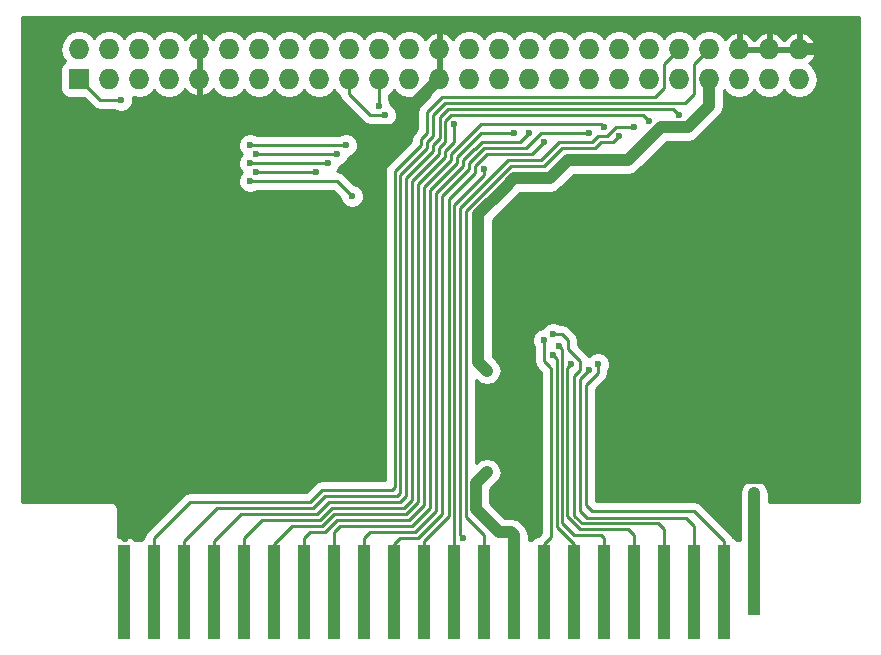
<source format=gbr>
G04 #@! TF.FileFunction,Copper,L2,Bot,Signal*
%FSLAX46Y46*%
G04 Gerber Fmt 4.6, Leading zero omitted, Abs format (unit mm)*
G04 Created by KiCad (PCBNEW 4.0.7) date 05/21/18 15:56:52*
%MOMM*%
%LPD*%
G01*
G04 APERTURE LIST*
%ADD10C,0.100000*%
%ADD11R,1.000000X6.000000*%
%ADD12R,1.000000X8.000000*%
%ADD13R,1.727200X1.727200*%
%ADD14O,1.727200X1.727200*%
%ADD15C,0.600000*%
%ADD16C,0.800000*%
%ADD17C,0.250000*%
%ADD18C,1.000000*%
%ADD19C,0.254000*%
G04 APERTURE END LIST*
D10*
D11*
X168148000Y-139462000D03*
D12*
X165608000Y-140462000D03*
X163068000Y-140462000D03*
X160528000Y-140462000D03*
X157988000Y-140462000D03*
X155448000Y-140462000D03*
X152908000Y-140462000D03*
X150368000Y-140462000D03*
X147828000Y-140462000D03*
X145288000Y-140462000D03*
X142748000Y-140462000D03*
X140208000Y-140462000D03*
X137668000Y-140462000D03*
X135128000Y-140462000D03*
X132588000Y-140462000D03*
X130048000Y-140462000D03*
X127508000Y-140462000D03*
X124968000Y-140462000D03*
X122428000Y-140462000D03*
X119888000Y-140462000D03*
X117348000Y-140462000D03*
X114808000Y-140462000D03*
D13*
X110998000Y-97028000D03*
D14*
X110998000Y-94488000D03*
X113538000Y-97028000D03*
X113538000Y-94488000D03*
X116078000Y-97028000D03*
X116078000Y-94488000D03*
X118618000Y-97028000D03*
X118618000Y-94488000D03*
X121158000Y-97028000D03*
X121158000Y-94488000D03*
X123698000Y-97028000D03*
X123698000Y-94488000D03*
X126238000Y-97028000D03*
X126238000Y-94488000D03*
X128778000Y-97028000D03*
X128778000Y-94488000D03*
X131318000Y-97028000D03*
X131318000Y-94488000D03*
X133858000Y-97028000D03*
X133858000Y-94488000D03*
X136398000Y-97028000D03*
X136398000Y-94488000D03*
X138938000Y-97028000D03*
X138938000Y-94488000D03*
X141478000Y-97028000D03*
X141478000Y-94488000D03*
X144018000Y-97028000D03*
X144018000Y-94488000D03*
X146558000Y-97028000D03*
X146558000Y-94488000D03*
X149098000Y-97028000D03*
X149098000Y-94488000D03*
X151638000Y-97028000D03*
X151638000Y-94488000D03*
X154178000Y-97028000D03*
X154178000Y-94488000D03*
X156718000Y-97028000D03*
X156718000Y-94488000D03*
X159258000Y-97028000D03*
X159258000Y-94488000D03*
X161798000Y-97028000D03*
X161798000Y-94488000D03*
X164338000Y-97028000D03*
X164338000Y-94488000D03*
X166878000Y-97028000D03*
X166878000Y-94488000D03*
X169418000Y-97028000D03*
X169418000Y-94488000D03*
X171958000Y-97028000D03*
X171958000Y-94488000D03*
D15*
X114554000Y-98806000D03*
X131064000Y-104902000D03*
X125984000Y-104902000D03*
X132080000Y-104140000D03*
X125476000Y-104140000D03*
X132842000Y-103378000D03*
X125984000Y-103378000D03*
X133604000Y-102616000D03*
X125476000Y-102616000D03*
X134112000Y-101346000D03*
X131318000Y-100076000D03*
X123698000Y-99822000D03*
X149860000Y-130810000D03*
X155194000Y-130810000D03*
X138430000Y-102108000D03*
X135382000Y-124460000D03*
X124206000Y-124460000D03*
D16*
X114046000Y-132080000D03*
D15*
X136906000Y-100076000D03*
X152654000Y-121158000D03*
X136398000Y-99314000D03*
X151130000Y-120396000D03*
X151638000Y-119634000D03*
X150368000Y-119126000D03*
X142748000Y-100838000D03*
X151130000Y-118618000D03*
X145288000Y-104648000D03*
X149098000Y-101600000D03*
X147828000Y-101600000D03*
X154178000Y-121666000D03*
X150368000Y-102362000D03*
X154178000Y-101600000D03*
X154940000Y-121158000D03*
X156718000Y-101854000D03*
X155448000Y-101092000D03*
X159258000Y-100584000D03*
X157988000Y-101092000D03*
X143510000Y-135890000D03*
X161798000Y-100076000D03*
D16*
X145542000Y-121729002D03*
X168148000Y-132080000D03*
X145542000Y-130302000D03*
D15*
X125476000Y-105664000D03*
X134112000Y-106934000D03*
D17*
X112776000Y-98806000D02*
X110998000Y-97028000D01*
X114554000Y-98806000D02*
X112776000Y-98806000D01*
X131064000Y-104902000D02*
X125984000Y-104902000D01*
X132080000Y-104140000D02*
X125476000Y-104140000D01*
X132842000Y-103378000D02*
X125984000Y-103378000D01*
X133604000Y-102616000D02*
X125476000Y-102616000D01*
D18*
X137668000Y-101346000D02*
X138430000Y-102108000D01*
X134112000Y-101346000D02*
X137668000Y-101346000D01*
X123952000Y-100076000D02*
X131318000Y-100076000D01*
X123698000Y-99822000D02*
X123952000Y-100076000D01*
X171958000Y-94488000D02*
X174498000Y-94488000D01*
X174244000Y-130810000D02*
X155194000Y-130810000D01*
X176276000Y-128778000D02*
X174244000Y-130810000D01*
X176276000Y-96266000D02*
X176276000Y-128778000D01*
X174498000Y-94488000D02*
X176276000Y-96266000D01*
X139192000Y-99314000D02*
X141478000Y-97028000D01*
X139192000Y-101346000D02*
X139192000Y-99314000D01*
X138430000Y-102108000D02*
X139192000Y-101346000D01*
X124206000Y-124460000D02*
X135382000Y-124460000D01*
D17*
X152654000Y-134366000D02*
X152342002Y-134054002D01*
X152342002Y-121469998D02*
X152654000Y-121158000D01*
X152342002Y-134054002D02*
X152342002Y-121469998D01*
X133858000Y-98298000D02*
X133858000Y-97028000D01*
X135636000Y-100076000D02*
X133858000Y-98298000D01*
X136906000Y-100076000D02*
X135636000Y-100076000D01*
X157988000Y-135636000D02*
X157988000Y-140462000D01*
X157480000Y-135128000D02*
X157988000Y-135636000D01*
X153416000Y-135128000D02*
X157480000Y-135128000D01*
X152654000Y-134366000D02*
X153416000Y-135128000D01*
X136398000Y-99314000D02*
X136398000Y-97028000D01*
X151130000Y-120396000D02*
X151441998Y-120707998D01*
X151441998Y-120707998D02*
X151441998Y-134931998D01*
X152908000Y-136398000D02*
X152908000Y-140462000D01*
X151441998Y-134931998D02*
X152908000Y-136398000D01*
X151638000Y-119634000D02*
X151892000Y-119888000D01*
X155448000Y-135890000D02*
X155448000Y-140462000D01*
X155194000Y-135636000D02*
X155448000Y-135890000D01*
X152908000Y-135636000D02*
X155194000Y-135636000D01*
X151892000Y-134620000D02*
X152908000Y-135636000D01*
X151892000Y-119888000D02*
X151892000Y-134620000D01*
X150876000Y-121412000D02*
X150991996Y-121527996D01*
X150991996Y-135774004D02*
X150876000Y-135890000D01*
X150991996Y-121527996D02*
X150991996Y-135774004D01*
X150368000Y-120904000D02*
X150876000Y-121412000D01*
X150876000Y-135890000D02*
X150368000Y-136398000D01*
X150368000Y-140462000D02*
X150368000Y-136398000D01*
X150368000Y-120904000D02*
X150368000Y-119126000D01*
X139700000Y-105918000D02*
X141986000Y-103632000D01*
X142748000Y-102362000D02*
X142748000Y-100838000D01*
X141986000Y-103124000D02*
X142748000Y-102362000D01*
X141986000Y-103632000D02*
X141986000Y-103124000D01*
X139700000Y-117094000D02*
X139700000Y-105918000D01*
X129032000Y-134874000D02*
X127508000Y-136398000D01*
X131572000Y-134874000D02*
X129032000Y-134874000D01*
X132588000Y-133858000D02*
X131572000Y-134874000D01*
X138684000Y-133858000D02*
X132588000Y-133858000D01*
X139700000Y-132842000D02*
X138684000Y-133858000D01*
X139700000Y-117094000D02*
X139700000Y-132842000D01*
X127508000Y-140462000D02*
X127508000Y-136398000D01*
X153416000Y-120904000D02*
X152400000Y-119888000D01*
X152400000Y-119888000D02*
X152400000Y-119126000D01*
X154178000Y-134620000D02*
X153554004Y-134620000D01*
X152908000Y-122174000D02*
X153416000Y-121666000D01*
X152908000Y-133973996D02*
X152908000Y-122174000D01*
X153554004Y-134620000D02*
X152908000Y-133973996D01*
X151892000Y-118618000D02*
X151130000Y-118618000D01*
X152400000Y-119126000D02*
X151892000Y-118618000D01*
X160528000Y-140462000D02*
X160528000Y-135128000D01*
X153416000Y-121666000D02*
X153416000Y-120904000D01*
X160020000Y-134620000D02*
X154178000Y-134620000D01*
X160528000Y-135128000D02*
X160020000Y-134620000D01*
X142748000Y-107696000D02*
X145288000Y-105156000D01*
X145288000Y-105156000D02*
X145288000Y-104648000D01*
X142748000Y-118618000D02*
X142748000Y-107696000D01*
X142748000Y-140462000D02*
X142748000Y-118618000D01*
X144526000Y-102927998D02*
X145091998Y-102362000D01*
X145091998Y-102362000D02*
X146558000Y-102362000D01*
X141224000Y-106680000D02*
X143510000Y-104394000D01*
X146558000Y-102362000D02*
X147574000Y-102362000D01*
X148336000Y-102362000D02*
X149098000Y-101600000D01*
X147574000Y-102362000D02*
X148336000Y-102362000D01*
X144468002Y-102927998D02*
X144526000Y-102927998D01*
X143510000Y-103886000D02*
X144468002Y-102927998D01*
X143510000Y-104394000D02*
X143510000Y-103886000D01*
X141224000Y-117856000D02*
X141224000Y-106680000D01*
X135636000Y-135382000D02*
X135128000Y-135890000D01*
X139446000Y-135382000D02*
X135636000Y-135382000D01*
X141224000Y-133604000D02*
X139446000Y-135382000D01*
X141224000Y-117856000D02*
X141224000Y-133604000D01*
X135128000Y-140462000D02*
X135128000Y-135890000D01*
X144272000Y-102362000D02*
X145034000Y-101600000D01*
X145034000Y-101600000D02*
X147828000Y-101600000D01*
X140716000Y-106426000D02*
X143002000Y-104140000D01*
X143002000Y-103632000D02*
X144272000Y-102362000D01*
X143002000Y-104140000D02*
X143002000Y-103632000D01*
X140716000Y-117602000D02*
X140716000Y-106426000D01*
X132588000Y-140462000D02*
X132588000Y-135382000D01*
X133096000Y-134874000D02*
X132588000Y-135382000D01*
X139192000Y-134874000D02*
X133096000Y-134874000D01*
X140716000Y-133350000D02*
X139192000Y-134874000D01*
X140716000Y-117602000D02*
X140716000Y-133350000D01*
X163068000Y-140462000D02*
X163068000Y-134874000D01*
X153416000Y-122428000D02*
X154178000Y-121666000D01*
X153416000Y-133604000D02*
X153416000Y-122428000D01*
X153981998Y-134169998D02*
X153416000Y-133604000D01*
X162363998Y-134169998D02*
X153981998Y-134169998D01*
X163068000Y-134874000D02*
X162363998Y-134169998D01*
X145034000Y-103886000D02*
X145542000Y-103378000D01*
X145542000Y-103378000D02*
X147008002Y-103378000D01*
X142297998Y-107188000D02*
X144526000Y-104959998D01*
X144526000Y-104394000D02*
X145034000Y-103886000D01*
X144526000Y-104959998D02*
X144526000Y-104394000D01*
X147008002Y-103378000D02*
X149352000Y-103378000D01*
X149352000Y-103378000D02*
X150368000Y-102362000D01*
X142297998Y-118306002D02*
X142297998Y-107188000D01*
X142297998Y-134054002D02*
X140208000Y-136144000D01*
X142297998Y-118306002D02*
X142297998Y-134054002D01*
X140208000Y-140462000D02*
X140208000Y-136144000D01*
X144780000Y-103378000D02*
X145288000Y-102870000D01*
X145288000Y-102870000D02*
X146812000Y-102870000D01*
X141732000Y-106934000D02*
X144018000Y-104648000D01*
X146812000Y-102870000D02*
X147320000Y-102870000D01*
X148844000Y-102870000D02*
X150114000Y-101600000D01*
X150114000Y-101600000D02*
X154178000Y-101600000D01*
X147320000Y-102870000D02*
X148844000Y-102870000D01*
X144018000Y-104140000D02*
X144780000Y-103378000D01*
X144018000Y-104648000D02*
X144018000Y-104140000D01*
X141732000Y-118110000D02*
X141732000Y-106934000D01*
X138176000Y-135890000D02*
X137668000Y-136398000D01*
X139700000Y-135890000D02*
X138176000Y-135890000D01*
X141732000Y-133858000D02*
X139700000Y-135890000D01*
X141732000Y-118110000D02*
X141732000Y-133858000D01*
X137668000Y-140462000D02*
X137668000Y-136398000D01*
X163830000Y-134366000D02*
X163068000Y-133604000D01*
X154940000Y-121920000D02*
X154940000Y-121158000D01*
X153924000Y-122936000D02*
X154940000Y-121920000D01*
X153924000Y-133096000D02*
X153924000Y-122936000D01*
X154432000Y-133604000D02*
X153924000Y-133096000D01*
X163068000Y-133604000D02*
X154432000Y-133604000D01*
X165608000Y-136144000D02*
X165608000Y-140462000D01*
X163830000Y-134366000D02*
X165608000Y-136144000D01*
X156718000Y-101854000D02*
X156210000Y-102362000D01*
X155194000Y-102362000D02*
X154686000Y-102870000D01*
X156210000Y-102362000D02*
X155194000Y-102362000D01*
X143764000Y-108204000D02*
X147574000Y-104394000D01*
X147574000Y-104394000D02*
X150368000Y-104394000D01*
X151892000Y-102870000D02*
X154686000Y-102870000D01*
X150368000Y-104394000D02*
X151892000Y-102870000D01*
X145288000Y-135636000D02*
X143764000Y-134112000D01*
X143764000Y-134112000D02*
X143764000Y-108204000D01*
X145288000Y-140462000D02*
X145288000Y-135636000D01*
X144018000Y-101854000D02*
X145034000Y-100838000D01*
X145034000Y-100838000D02*
X146558000Y-100838000D01*
X140208000Y-106172000D02*
X142494000Y-103886000D01*
X142494000Y-103378000D02*
X144018000Y-101854000D01*
X142494000Y-103886000D02*
X142494000Y-103378000D01*
X155194000Y-100838000D02*
X155448000Y-101092000D01*
X146558000Y-100838000D02*
X155194000Y-100838000D01*
X130048000Y-140462000D02*
X130048000Y-135890000D01*
X140208000Y-117348000D02*
X140208000Y-133096000D01*
X140208000Y-133096000D02*
X138938000Y-134366000D01*
X138938000Y-134366000D02*
X132842000Y-134366000D01*
X132842000Y-134366000D02*
X131826000Y-135382000D01*
X131826000Y-135382000D02*
X130556000Y-135382000D01*
X130556000Y-135382000D02*
X130048000Y-135890000D01*
X140208000Y-117348000D02*
X140208000Y-106172000D01*
X139192000Y-105664000D02*
X141478000Y-103378000D01*
X141986000Y-100584000D02*
X142494000Y-100076000D01*
X141986000Y-102362000D02*
X141986000Y-100584000D01*
X141478000Y-102870000D02*
X141986000Y-102362000D01*
X141478000Y-103378000D02*
X141478000Y-102870000D01*
X139192000Y-116840000D02*
X139192000Y-105664000D01*
X158750000Y-100076000D02*
X159258000Y-100584000D01*
X142494000Y-100076000D02*
X158750000Y-100076000D01*
X126492000Y-134366000D02*
X124968000Y-135890000D01*
X131443602Y-134366000D02*
X126492000Y-134366000D01*
X132459602Y-133350000D02*
X131443602Y-134366000D01*
X138487998Y-133350000D02*
X132459602Y-133350000D01*
X139192000Y-132645998D02*
X138487998Y-133350000D01*
X139192000Y-116840000D02*
X139192000Y-132645998D01*
X124968000Y-140462000D02*
X124968000Y-135890000D01*
X154432000Y-102362000D02*
X154940000Y-101854000D01*
X156464000Y-101092000D02*
X157988000Y-101092000D01*
X155702000Y-101854000D02*
X156464000Y-101092000D01*
X154940000Y-101854000D02*
X155702000Y-101854000D01*
X143256000Y-107950000D02*
X147320000Y-103886000D01*
X147320000Y-103886000D02*
X150114000Y-103886000D01*
X143510000Y-135890000D02*
X143256000Y-135636000D01*
X143256000Y-135636000D02*
X143256000Y-107950000D01*
X151638000Y-102362000D02*
X154432000Y-102362000D01*
X150114000Y-103886000D02*
X151638000Y-102362000D01*
X138684000Y-105410000D02*
X140970000Y-103124000D01*
X141535998Y-100272002D02*
X142240000Y-99568000D01*
X141535998Y-102050002D02*
X141535998Y-100272002D01*
X140970000Y-102616000D02*
X141535998Y-102050002D01*
X140970000Y-103124000D02*
X140970000Y-102616000D01*
X138684000Y-116586000D02*
X138684000Y-105410000D01*
X161290000Y-99568000D02*
X161798000Y-100076000D01*
X142240000Y-99568000D02*
X161290000Y-99568000D01*
X124714000Y-133858000D02*
X122428000Y-136144000D01*
X131121998Y-133858000D02*
X124714000Y-133858000D01*
X132137998Y-132842000D02*
X131121998Y-133858000D01*
X138176000Y-132842000D02*
X132137998Y-132842000D01*
X138684000Y-132334000D02*
X138176000Y-132842000D01*
X138684000Y-116586000D02*
X138684000Y-132334000D01*
X122428000Y-140462000D02*
X122428000Y-136144000D01*
X137725998Y-104902000D02*
X137725998Y-104844002D01*
X140462000Y-99822000D02*
X141732000Y-98552000D01*
X140462000Y-101600000D02*
X140462000Y-99822000D01*
X139954000Y-102108000D02*
X140462000Y-101600000D01*
X139954000Y-102616000D02*
X139954000Y-102108000D01*
X137725998Y-104844002D02*
X139954000Y-102616000D01*
X137725998Y-116078000D02*
X137725998Y-104902000D01*
X159766000Y-98552000D02*
X160528000Y-97790000D01*
X141732000Y-98552000D02*
X159766000Y-98552000D01*
X120396000Y-132842000D02*
X117348000Y-135890000D01*
X130556000Y-132842000D02*
X120396000Y-132842000D01*
X131572000Y-131826000D02*
X130556000Y-132842000D01*
X137471998Y-131826000D02*
X131572000Y-131826000D01*
X137725998Y-131572000D02*
X137471998Y-131826000D01*
X137725998Y-116078000D02*
X137725998Y-131572000D01*
X117348000Y-140462000D02*
X117348000Y-135890000D01*
X160528000Y-95758000D02*
X161798000Y-94488000D01*
X160528000Y-97790000D02*
X160528000Y-95758000D01*
D18*
X154178000Y-103886000D02*
X157480000Y-103886000D01*
X157480000Y-103886000D02*
X159258000Y-102108000D01*
X159258000Y-102108000D02*
X160274000Y-101092000D01*
X164338000Y-99314000D02*
X164338000Y-97028000D01*
X160274000Y-101092000D02*
X162560000Y-101092000D01*
X162560000Y-101092000D02*
X164338000Y-99314000D01*
X151892000Y-104394000D02*
X152400000Y-103886000D01*
X152400000Y-103886000D02*
X154178000Y-103886000D01*
X146939000Y-106299000D02*
X147828000Y-105410000D01*
X150876000Y-105410000D02*
X151892000Y-104394000D01*
X147828000Y-105410000D02*
X150876000Y-105410000D01*
X144780000Y-108458000D02*
X146939000Y-106299000D01*
X144780000Y-120967002D02*
X144780000Y-108458000D01*
X145542000Y-121729002D02*
X144780000Y-120967002D01*
D17*
X138176000Y-105156000D02*
X140462000Y-102870000D01*
X140970000Y-100076000D02*
X141986000Y-99060000D01*
X140970000Y-101854000D02*
X140970000Y-100076000D01*
X140462000Y-102362000D02*
X140970000Y-101854000D01*
X140462000Y-102870000D02*
X140462000Y-102362000D01*
X138176000Y-116332000D02*
X138176000Y-105156000D01*
X162306000Y-99060000D02*
X163068000Y-98298000D01*
X141986000Y-99060000D02*
X162306000Y-99060000D01*
X122682000Y-133350000D02*
X119888000Y-136144000D01*
X130810000Y-133350000D02*
X122682000Y-133350000D01*
X131826000Y-132334000D02*
X130810000Y-133350000D01*
X137922000Y-132334000D02*
X131826000Y-132334000D01*
X138176000Y-132080000D02*
X137922000Y-132334000D01*
X138176000Y-116332000D02*
X138176000Y-132080000D01*
X119888000Y-140462000D02*
X119888000Y-136144000D01*
X163068000Y-95758000D02*
X164338000Y-94488000D01*
X163068000Y-98298000D02*
X163068000Y-95758000D01*
D18*
X168148000Y-139462000D02*
X168148000Y-132080000D01*
X145542000Y-130302000D02*
X144589002Y-131254998D01*
X146558000Y-135382000D02*
X147574000Y-135382000D01*
X144589002Y-133413002D02*
X146558000Y-135382000D01*
X144589002Y-131254998D02*
X144589002Y-133413002D01*
X147574000Y-135382000D02*
X147828000Y-135636000D01*
X147828000Y-140462000D02*
X147828000Y-135636000D01*
D17*
X134112000Y-106934000D02*
X132842000Y-105664000D01*
X132842000Y-105664000D02*
X125476000Y-105664000D01*
D19*
G36*
X176998000Y-132802000D02*
X169418000Y-132802000D01*
X169375000Y-132810553D01*
X169375000Y-132080000D01*
X169281600Y-131610447D01*
X169015620Y-131212380D01*
X168617553Y-130946400D01*
X168148000Y-130853000D01*
X167678447Y-130946400D01*
X167280380Y-131212380D01*
X167014400Y-131610447D01*
X166921000Y-132080000D01*
X166921000Y-136017000D01*
X166685560Y-136017000D01*
X166639328Y-135945154D01*
X166396385Y-135779157D01*
X166364971Y-135772796D01*
X166210455Y-135541545D01*
X163670455Y-133001545D01*
X163394046Y-132816855D01*
X163068000Y-132752000D01*
X154784910Y-132752000D01*
X154776000Y-132743090D01*
X154776000Y-123288910D01*
X155542455Y-122522455D01*
X155727145Y-122246046D01*
X155792000Y-121920000D01*
X155792000Y-121758616D01*
X155810140Y-121740508D01*
X155966821Y-121363179D01*
X155967178Y-120954613D01*
X155811156Y-120577011D01*
X155522508Y-120287860D01*
X155145179Y-120131179D01*
X154736613Y-120130822D01*
X154359011Y-120286844D01*
X154148828Y-120496662D01*
X154018455Y-120301545D01*
X153252000Y-119535090D01*
X153252000Y-119126000D01*
X153245465Y-119093147D01*
X153187145Y-118799953D01*
X153002455Y-118523545D01*
X152494455Y-118015545D01*
X152218046Y-117830855D01*
X151892000Y-117766000D01*
X151730616Y-117766000D01*
X151712508Y-117747860D01*
X151335179Y-117591179D01*
X150926613Y-117590822D01*
X150549011Y-117746844D01*
X150259860Y-118035492D01*
X150233538Y-118098882D01*
X150164613Y-118098822D01*
X149787011Y-118254844D01*
X149497860Y-118543492D01*
X149341179Y-118920821D01*
X149340822Y-119329387D01*
X149496844Y-119706989D01*
X149516000Y-119726178D01*
X149516000Y-120904000D01*
X149580855Y-121230046D01*
X149765545Y-121506455D01*
X150139996Y-121880906D01*
X150139996Y-135421094D01*
X149833919Y-135727171D01*
X149598590Y-135771451D01*
X149351154Y-135930672D01*
X149292168Y-136017000D01*
X149055000Y-136017000D01*
X149055000Y-135636000D01*
X148961600Y-135166447D01*
X148695620Y-134768380D01*
X148441620Y-134514380D01*
X148414178Y-134496044D01*
X148043553Y-134248400D01*
X147574000Y-134155000D01*
X147066240Y-134155000D01*
X145816002Y-132904762D01*
X145816002Y-131763238D01*
X146409620Y-131169620D01*
X146675601Y-130771552D01*
X146769000Y-130302000D01*
X146675601Y-129832448D01*
X146409620Y-129434380D01*
X146011552Y-129168399D01*
X145542000Y-129075000D01*
X145072448Y-129168399D01*
X144674380Y-129434380D01*
X144616000Y-129492760D01*
X144616000Y-122538242D01*
X144674380Y-122596622D01*
X145072448Y-122862603D01*
X145542000Y-122956002D01*
X146011552Y-122862603D01*
X146409620Y-122596622D01*
X146675601Y-122198554D01*
X146769000Y-121729002D01*
X146675601Y-121259450D01*
X146409620Y-120861382D01*
X146007000Y-120458762D01*
X146007000Y-108966240D01*
X148336240Y-106637000D01*
X150876000Y-106637000D01*
X151345553Y-106543600D01*
X151743620Y-106277620D01*
X152908240Y-105113000D01*
X157480000Y-105113000D01*
X157949553Y-105019600D01*
X158347620Y-104753620D01*
X160782240Y-102319000D01*
X162560000Y-102319000D01*
X163029553Y-102225600D01*
X163427620Y-101959620D01*
X165205620Y-100181620D01*
X165471601Y-99783552D01*
X165565000Y-99314000D01*
X165565000Y-98030819D01*
X165608000Y-97966465D01*
X165753276Y-98183886D01*
X166269304Y-98528685D01*
X166878000Y-98649762D01*
X167486696Y-98528685D01*
X168002724Y-98183886D01*
X168148000Y-97966465D01*
X168293276Y-98183886D01*
X168809304Y-98528685D01*
X169418000Y-98649762D01*
X170026696Y-98528685D01*
X170542724Y-98183886D01*
X170688000Y-97966465D01*
X170833276Y-98183886D01*
X171349304Y-98528685D01*
X171958000Y-98649762D01*
X172566696Y-98528685D01*
X173082724Y-98183886D01*
X173427523Y-97667858D01*
X173548600Y-97059162D01*
X173548600Y-96996838D01*
X173427523Y-96388142D01*
X173082724Y-95872114D01*
X172816624Y-95694311D01*
X173164821Y-95376490D01*
X173412968Y-94847027D01*
X173292469Y-94615000D01*
X172085000Y-94615000D01*
X172085000Y-94635000D01*
X171831000Y-94635000D01*
X171831000Y-94615000D01*
X169545000Y-94615000D01*
X169545000Y-94635000D01*
X169291000Y-94635000D01*
X169291000Y-94615000D01*
X167005000Y-94615000D01*
X167005000Y-94635000D01*
X166751000Y-94635000D01*
X166751000Y-94615000D01*
X166731000Y-94615000D01*
X166731000Y-94361000D01*
X166751000Y-94361000D01*
X166751000Y-93154183D01*
X167005000Y-93154183D01*
X167005000Y-94361000D01*
X169291000Y-94361000D01*
X169291000Y-93154183D01*
X169545000Y-93154183D01*
X169545000Y-94361000D01*
X171831000Y-94361000D01*
X171831000Y-93154183D01*
X172085000Y-93154183D01*
X172085000Y-94361000D01*
X173292469Y-94361000D01*
X173412968Y-94128973D01*
X173164821Y-93599510D01*
X172732947Y-93205312D01*
X172317026Y-93033042D01*
X172085000Y-93154183D01*
X171831000Y-93154183D01*
X171598974Y-93033042D01*
X171183053Y-93205312D01*
X170751179Y-93599510D01*
X170688000Y-93734313D01*
X170624821Y-93599510D01*
X170192947Y-93205312D01*
X169777026Y-93033042D01*
X169545000Y-93154183D01*
X169291000Y-93154183D01*
X169058974Y-93033042D01*
X168643053Y-93205312D01*
X168211179Y-93599510D01*
X168148000Y-93734313D01*
X168084821Y-93599510D01*
X167652947Y-93205312D01*
X167237026Y-93033042D01*
X167005000Y-93154183D01*
X166751000Y-93154183D01*
X166518974Y-93033042D01*
X166103053Y-93205312D01*
X165671179Y-93599510D01*
X165658899Y-93625711D01*
X165462724Y-93332114D01*
X164946696Y-92987315D01*
X164338000Y-92866238D01*
X163729304Y-92987315D01*
X163213276Y-93332114D01*
X163068000Y-93549535D01*
X162922724Y-93332114D01*
X162406696Y-92987315D01*
X161798000Y-92866238D01*
X161189304Y-92987315D01*
X160673276Y-93332114D01*
X160528000Y-93549535D01*
X160382724Y-93332114D01*
X159866696Y-92987315D01*
X159258000Y-92866238D01*
X158649304Y-92987315D01*
X158133276Y-93332114D01*
X157988000Y-93549535D01*
X157842724Y-93332114D01*
X157326696Y-92987315D01*
X156718000Y-92866238D01*
X156109304Y-92987315D01*
X155593276Y-93332114D01*
X155448000Y-93549535D01*
X155302724Y-93332114D01*
X154786696Y-92987315D01*
X154178000Y-92866238D01*
X153569304Y-92987315D01*
X153053276Y-93332114D01*
X152908000Y-93549535D01*
X152762724Y-93332114D01*
X152246696Y-92987315D01*
X151638000Y-92866238D01*
X151029304Y-92987315D01*
X150513276Y-93332114D01*
X150368000Y-93549535D01*
X150222724Y-93332114D01*
X149706696Y-92987315D01*
X149098000Y-92866238D01*
X148489304Y-92987315D01*
X147973276Y-93332114D01*
X147828000Y-93549535D01*
X147682724Y-93332114D01*
X147166696Y-92987315D01*
X146558000Y-92866238D01*
X145949304Y-92987315D01*
X145433276Y-93332114D01*
X145288000Y-93549535D01*
X145142724Y-93332114D01*
X144626696Y-92987315D01*
X144018000Y-92866238D01*
X143409304Y-92987315D01*
X142893276Y-93332114D01*
X142697101Y-93625711D01*
X142684821Y-93599510D01*
X142252947Y-93205312D01*
X141837026Y-93033042D01*
X141605000Y-93154183D01*
X141605000Y-94361000D01*
X141625000Y-94361000D01*
X141625000Y-94615000D01*
X141605000Y-94615000D01*
X141605000Y-96901000D01*
X141625000Y-96901000D01*
X141625000Y-97155000D01*
X141605000Y-97155000D01*
X141605000Y-97175000D01*
X141351000Y-97175000D01*
X141351000Y-97155000D01*
X141331000Y-97155000D01*
X141331000Y-96901000D01*
X141351000Y-96901000D01*
X141351000Y-94615000D01*
X141331000Y-94615000D01*
X141331000Y-94361000D01*
X141351000Y-94361000D01*
X141351000Y-93154183D01*
X141118974Y-93033042D01*
X140703053Y-93205312D01*
X140271179Y-93599510D01*
X140258899Y-93625711D01*
X140062724Y-93332114D01*
X139546696Y-92987315D01*
X138938000Y-92866238D01*
X138329304Y-92987315D01*
X137813276Y-93332114D01*
X137668000Y-93549535D01*
X137522724Y-93332114D01*
X137006696Y-92987315D01*
X136398000Y-92866238D01*
X135789304Y-92987315D01*
X135273276Y-93332114D01*
X135128000Y-93549535D01*
X134982724Y-93332114D01*
X134466696Y-92987315D01*
X133858000Y-92866238D01*
X133249304Y-92987315D01*
X132733276Y-93332114D01*
X132588000Y-93549535D01*
X132442724Y-93332114D01*
X131926696Y-92987315D01*
X131318000Y-92866238D01*
X130709304Y-92987315D01*
X130193276Y-93332114D01*
X130048000Y-93549535D01*
X129902724Y-93332114D01*
X129386696Y-92987315D01*
X128778000Y-92866238D01*
X128169304Y-92987315D01*
X127653276Y-93332114D01*
X127508000Y-93549535D01*
X127362724Y-93332114D01*
X126846696Y-92987315D01*
X126238000Y-92866238D01*
X125629304Y-92987315D01*
X125113276Y-93332114D01*
X124968000Y-93549535D01*
X124822724Y-93332114D01*
X124306696Y-92987315D01*
X123698000Y-92866238D01*
X123089304Y-92987315D01*
X122573276Y-93332114D01*
X122377101Y-93625711D01*
X122364821Y-93599510D01*
X121932947Y-93205312D01*
X121517026Y-93033042D01*
X121285000Y-93154183D01*
X121285000Y-94361000D01*
X121305000Y-94361000D01*
X121305000Y-94615000D01*
X121285000Y-94615000D01*
X121285000Y-96901000D01*
X121305000Y-96901000D01*
X121305000Y-97155000D01*
X121285000Y-97155000D01*
X121285000Y-98361817D01*
X121517026Y-98482958D01*
X121932947Y-98310688D01*
X122364821Y-97916490D01*
X122377101Y-97890289D01*
X122573276Y-98183886D01*
X123089304Y-98528685D01*
X123698000Y-98649762D01*
X124306696Y-98528685D01*
X124822724Y-98183886D01*
X124968000Y-97966465D01*
X125113276Y-98183886D01*
X125629304Y-98528685D01*
X126238000Y-98649762D01*
X126846696Y-98528685D01*
X127362724Y-98183886D01*
X127508000Y-97966465D01*
X127653276Y-98183886D01*
X128169304Y-98528685D01*
X128778000Y-98649762D01*
X129386696Y-98528685D01*
X129902724Y-98183886D01*
X130048000Y-97966465D01*
X130193276Y-98183886D01*
X130709304Y-98528685D01*
X131318000Y-98649762D01*
X131926696Y-98528685D01*
X132442724Y-98183886D01*
X132588000Y-97966465D01*
X132733276Y-98183886D01*
X133021626Y-98376555D01*
X133070855Y-98624046D01*
X133255545Y-98900455D01*
X135033545Y-100678455D01*
X135309954Y-100863145D01*
X135636000Y-100928000D01*
X136305384Y-100928000D01*
X136323492Y-100946140D01*
X136700821Y-101102821D01*
X137109387Y-101103178D01*
X137486989Y-100947156D01*
X137776140Y-100658508D01*
X137932821Y-100281179D01*
X137933178Y-99872613D01*
X137777156Y-99495011D01*
X137488508Y-99205860D01*
X137425118Y-99179538D01*
X137425178Y-99110613D01*
X137269156Y-98733011D01*
X137250000Y-98713822D01*
X137250000Y-98366114D01*
X137522724Y-98183886D01*
X137668000Y-97966465D01*
X137813276Y-98183886D01*
X138329304Y-98528685D01*
X138938000Y-98649762D01*
X139546696Y-98528685D01*
X140062724Y-98183886D01*
X140258899Y-97890289D01*
X140271179Y-97916490D01*
X140703053Y-98310688D01*
X140749263Y-98329827D01*
X139859545Y-99219545D01*
X139674855Y-99495954D01*
X139610000Y-99822000D01*
X139610000Y-101247090D01*
X139351545Y-101505545D01*
X139166855Y-101781954D01*
X139102000Y-102108000D01*
X139102000Y-102263090D01*
X137123543Y-104241547D01*
X136938853Y-104517956D01*
X136873998Y-104844002D01*
X136873998Y-130974000D01*
X131572000Y-130974000D01*
X131245954Y-131038855D01*
X130969545Y-131223545D01*
X130203090Y-131990000D01*
X120396000Y-131990000D01*
X120069954Y-132054855D01*
X119793545Y-132239545D01*
X116745545Y-135287545D01*
X116560855Y-135563954D01*
X116510919Y-135814996D01*
X116331154Y-135930672D01*
X116272168Y-136017000D01*
X115761026Y-136017000D01*
X115667698Y-135923673D01*
X115434309Y-135827000D01*
X115093750Y-135827000D01*
X114935000Y-135985750D01*
X114935000Y-136017000D01*
X114681000Y-136017000D01*
X114681000Y-135985750D01*
X114522250Y-135827000D01*
X114340000Y-135827000D01*
X114340000Y-133604000D01*
X114278951Y-133297088D01*
X114105100Y-133036900D01*
X113844912Y-132863049D01*
X113538000Y-132802000D01*
X106212000Y-132802000D01*
X106212000Y-102819387D01*
X124448822Y-102819387D01*
X124604844Y-103196989D01*
X124785602Y-103378062D01*
X124605860Y-103557492D01*
X124449179Y-103934821D01*
X124448822Y-104343387D01*
X124604844Y-104720989D01*
X124785602Y-104902062D01*
X124605860Y-105081492D01*
X124449179Y-105458821D01*
X124448822Y-105867387D01*
X124604844Y-106244989D01*
X124893492Y-106534140D01*
X125270821Y-106690821D01*
X125679387Y-106691178D01*
X126056989Y-106535156D01*
X126076178Y-106516000D01*
X132489090Y-106516000D01*
X133084844Y-107111754D01*
X133084822Y-107137387D01*
X133240844Y-107514989D01*
X133529492Y-107804140D01*
X133906821Y-107960821D01*
X134315387Y-107961178D01*
X134692989Y-107805156D01*
X134982140Y-107516508D01*
X135138821Y-107139179D01*
X135139178Y-106730613D01*
X134983156Y-106353011D01*
X134694508Y-106063860D01*
X134317179Y-105907179D01*
X134290065Y-105907155D01*
X133444455Y-105061545D01*
X133168046Y-104876855D01*
X132857420Y-104815067D01*
X132950140Y-104722508D01*
X133089471Y-104386963D01*
X133422989Y-104249156D01*
X133712140Y-103960508D01*
X133851471Y-103624963D01*
X134184989Y-103487156D01*
X134474140Y-103198508D01*
X134630821Y-102821179D01*
X134631178Y-102412613D01*
X134475156Y-102035011D01*
X134186508Y-101745860D01*
X133809179Y-101589179D01*
X133400613Y-101588822D01*
X133023011Y-101744844D01*
X133003822Y-101764000D01*
X126076616Y-101764000D01*
X126058508Y-101745860D01*
X125681179Y-101589179D01*
X125272613Y-101588822D01*
X124895011Y-101744844D01*
X124605860Y-102033492D01*
X124449179Y-102410821D01*
X124448822Y-102819387D01*
X106212000Y-102819387D01*
X106212000Y-96164400D01*
X109393158Y-96164400D01*
X109393158Y-97891600D01*
X109443851Y-98161010D01*
X109603072Y-98408446D01*
X109846015Y-98574443D01*
X110134400Y-98632842D01*
X111397932Y-98632842D01*
X112173545Y-99408455D01*
X112449954Y-99593145D01*
X112776000Y-99658000D01*
X113953384Y-99658000D01*
X113971492Y-99676140D01*
X114348821Y-99832821D01*
X114757387Y-99833178D01*
X115134989Y-99677156D01*
X115424140Y-99388508D01*
X115580821Y-99011179D01*
X115581178Y-98602613D01*
X115557914Y-98546311D01*
X116078000Y-98649762D01*
X116686696Y-98528685D01*
X117202724Y-98183886D01*
X117348000Y-97966465D01*
X117493276Y-98183886D01*
X118009304Y-98528685D01*
X118618000Y-98649762D01*
X119226696Y-98528685D01*
X119742724Y-98183886D01*
X119938899Y-97890289D01*
X119951179Y-97916490D01*
X120383053Y-98310688D01*
X120798974Y-98482958D01*
X121031000Y-98361817D01*
X121031000Y-97155000D01*
X121011000Y-97155000D01*
X121011000Y-96901000D01*
X121031000Y-96901000D01*
X121031000Y-94615000D01*
X121011000Y-94615000D01*
X121011000Y-94361000D01*
X121031000Y-94361000D01*
X121031000Y-93154183D01*
X120798974Y-93033042D01*
X120383053Y-93205312D01*
X119951179Y-93599510D01*
X119938899Y-93625711D01*
X119742724Y-93332114D01*
X119226696Y-92987315D01*
X118618000Y-92866238D01*
X118009304Y-92987315D01*
X117493276Y-93332114D01*
X117348000Y-93549535D01*
X117202724Y-93332114D01*
X116686696Y-92987315D01*
X116078000Y-92866238D01*
X115469304Y-92987315D01*
X114953276Y-93332114D01*
X114808000Y-93549535D01*
X114662724Y-93332114D01*
X114146696Y-92987315D01*
X113538000Y-92866238D01*
X112929304Y-92987315D01*
X112413276Y-93332114D01*
X112268000Y-93549535D01*
X112122724Y-93332114D01*
X111606696Y-92987315D01*
X110998000Y-92866238D01*
X110389304Y-92987315D01*
X109873276Y-93332114D01*
X109528477Y-93848142D01*
X109407400Y-94456838D01*
X109407400Y-94519162D01*
X109528477Y-95127858D01*
X109791332Y-95521249D01*
X109617554Y-95633072D01*
X109451557Y-95876015D01*
X109393158Y-96164400D01*
X106212000Y-96164400D01*
X106212000Y-91734000D01*
X176998000Y-91734000D01*
X176998000Y-132802000D01*
X176998000Y-132802000D01*
G37*
X176998000Y-132802000D02*
X169418000Y-132802000D01*
X169375000Y-132810553D01*
X169375000Y-132080000D01*
X169281600Y-131610447D01*
X169015620Y-131212380D01*
X168617553Y-130946400D01*
X168148000Y-130853000D01*
X167678447Y-130946400D01*
X167280380Y-131212380D01*
X167014400Y-131610447D01*
X166921000Y-132080000D01*
X166921000Y-136017000D01*
X166685560Y-136017000D01*
X166639328Y-135945154D01*
X166396385Y-135779157D01*
X166364971Y-135772796D01*
X166210455Y-135541545D01*
X163670455Y-133001545D01*
X163394046Y-132816855D01*
X163068000Y-132752000D01*
X154784910Y-132752000D01*
X154776000Y-132743090D01*
X154776000Y-123288910D01*
X155542455Y-122522455D01*
X155727145Y-122246046D01*
X155792000Y-121920000D01*
X155792000Y-121758616D01*
X155810140Y-121740508D01*
X155966821Y-121363179D01*
X155967178Y-120954613D01*
X155811156Y-120577011D01*
X155522508Y-120287860D01*
X155145179Y-120131179D01*
X154736613Y-120130822D01*
X154359011Y-120286844D01*
X154148828Y-120496662D01*
X154018455Y-120301545D01*
X153252000Y-119535090D01*
X153252000Y-119126000D01*
X153245465Y-119093147D01*
X153187145Y-118799953D01*
X153002455Y-118523545D01*
X152494455Y-118015545D01*
X152218046Y-117830855D01*
X151892000Y-117766000D01*
X151730616Y-117766000D01*
X151712508Y-117747860D01*
X151335179Y-117591179D01*
X150926613Y-117590822D01*
X150549011Y-117746844D01*
X150259860Y-118035492D01*
X150233538Y-118098882D01*
X150164613Y-118098822D01*
X149787011Y-118254844D01*
X149497860Y-118543492D01*
X149341179Y-118920821D01*
X149340822Y-119329387D01*
X149496844Y-119706989D01*
X149516000Y-119726178D01*
X149516000Y-120904000D01*
X149580855Y-121230046D01*
X149765545Y-121506455D01*
X150139996Y-121880906D01*
X150139996Y-135421094D01*
X149833919Y-135727171D01*
X149598590Y-135771451D01*
X149351154Y-135930672D01*
X149292168Y-136017000D01*
X149055000Y-136017000D01*
X149055000Y-135636000D01*
X148961600Y-135166447D01*
X148695620Y-134768380D01*
X148441620Y-134514380D01*
X148414178Y-134496044D01*
X148043553Y-134248400D01*
X147574000Y-134155000D01*
X147066240Y-134155000D01*
X145816002Y-132904762D01*
X145816002Y-131763238D01*
X146409620Y-131169620D01*
X146675601Y-130771552D01*
X146769000Y-130302000D01*
X146675601Y-129832448D01*
X146409620Y-129434380D01*
X146011552Y-129168399D01*
X145542000Y-129075000D01*
X145072448Y-129168399D01*
X144674380Y-129434380D01*
X144616000Y-129492760D01*
X144616000Y-122538242D01*
X144674380Y-122596622D01*
X145072448Y-122862603D01*
X145542000Y-122956002D01*
X146011552Y-122862603D01*
X146409620Y-122596622D01*
X146675601Y-122198554D01*
X146769000Y-121729002D01*
X146675601Y-121259450D01*
X146409620Y-120861382D01*
X146007000Y-120458762D01*
X146007000Y-108966240D01*
X148336240Y-106637000D01*
X150876000Y-106637000D01*
X151345553Y-106543600D01*
X151743620Y-106277620D01*
X152908240Y-105113000D01*
X157480000Y-105113000D01*
X157949553Y-105019600D01*
X158347620Y-104753620D01*
X160782240Y-102319000D01*
X162560000Y-102319000D01*
X163029553Y-102225600D01*
X163427620Y-101959620D01*
X165205620Y-100181620D01*
X165471601Y-99783552D01*
X165565000Y-99314000D01*
X165565000Y-98030819D01*
X165608000Y-97966465D01*
X165753276Y-98183886D01*
X166269304Y-98528685D01*
X166878000Y-98649762D01*
X167486696Y-98528685D01*
X168002724Y-98183886D01*
X168148000Y-97966465D01*
X168293276Y-98183886D01*
X168809304Y-98528685D01*
X169418000Y-98649762D01*
X170026696Y-98528685D01*
X170542724Y-98183886D01*
X170688000Y-97966465D01*
X170833276Y-98183886D01*
X171349304Y-98528685D01*
X171958000Y-98649762D01*
X172566696Y-98528685D01*
X173082724Y-98183886D01*
X173427523Y-97667858D01*
X173548600Y-97059162D01*
X173548600Y-96996838D01*
X173427523Y-96388142D01*
X173082724Y-95872114D01*
X172816624Y-95694311D01*
X173164821Y-95376490D01*
X173412968Y-94847027D01*
X173292469Y-94615000D01*
X172085000Y-94615000D01*
X172085000Y-94635000D01*
X171831000Y-94635000D01*
X171831000Y-94615000D01*
X169545000Y-94615000D01*
X169545000Y-94635000D01*
X169291000Y-94635000D01*
X169291000Y-94615000D01*
X167005000Y-94615000D01*
X167005000Y-94635000D01*
X166751000Y-94635000D01*
X166751000Y-94615000D01*
X166731000Y-94615000D01*
X166731000Y-94361000D01*
X166751000Y-94361000D01*
X166751000Y-93154183D01*
X167005000Y-93154183D01*
X167005000Y-94361000D01*
X169291000Y-94361000D01*
X169291000Y-93154183D01*
X169545000Y-93154183D01*
X169545000Y-94361000D01*
X171831000Y-94361000D01*
X171831000Y-93154183D01*
X172085000Y-93154183D01*
X172085000Y-94361000D01*
X173292469Y-94361000D01*
X173412968Y-94128973D01*
X173164821Y-93599510D01*
X172732947Y-93205312D01*
X172317026Y-93033042D01*
X172085000Y-93154183D01*
X171831000Y-93154183D01*
X171598974Y-93033042D01*
X171183053Y-93205312D01*
X170751179Y-93599510D01*
X170688000Y-93734313D01*
X170624821Y-93599510D01*
X170192947Y-93205312D01*
X169777026Y-93033042D01*
X169545000Y-93154183D01*
X169291000Y-93154183D01*
X169058974Y-93033042D01*
X168643053Y-93205312D01*
X168211179Y-93599510D01*
X168148000Y-93734313D01*
X168084821Y-93599510D01*
X167652947Y-93205312D01*
X167237026Y-93033042D01*
X167005000Y-93154183D01*
X166751000Y-93154183D01*
X166518974Y-93033042D01*
X166103053Y-93205312D01*
X165671179Y-93599510D01*
X165658899Y-93625711D01*
X165462724Y-93332114D01*
X164946696Y-92987315D01*
X164338000Y-92866238D01*
X163729304Y-92987315D01*
X163213276Y-93332114D01*
X163068000Y-93549535D01*
X162922724Y-93332114D01*
X162406696Y-92987315D01*
X161798000Y-92866238D01*
X161189304Y-92987315D01*
X160673276Y-93332114D01*
X160528000Y-93549535D01*
X160382724Y-93332114D01*
X159866696Y-92987315D01*
X159258000Y-92866238D01*
X158649304Y-92987315D01*
X158133276Y-93332114D01*
X157988000Y-93549535D01*
X157842724Y-93332114D01*
X157326696Y-92987315D01*
X156718000Y-92866238D01*
X156109304Y-92987315D01*
X155593276Y-93332114D01*
X155448000Y-93549535D01*
X155302724Y-93332114D01*
X154786696Y-92987315D01*
X154178000Y-92866238D01*
X153569304Y-92987315D01*
X153053276Y-93332114D01*
X152908000Y-93549535D01*
X152762724Y-93332114D01*
X152246696Y-92987315D01*
X151638000Y-92866238D01*
X151029304Y-92987315D01*
X150513276Y-93332114D01*
X150368000Y-93549535D01*
X150222724Y-93332114D01*
X149706696Y-92987315D01*
X149098000Y-92866238D01*
X148489304Y-92987315D01*
X147973276Y-93332114D01*
X147828000Y-93549535D01*
X147682724Y-93332114D01*
X147166696Y-92987315D01*
X146558000Y-92866238D01*
X145949304Y-92987315D01*
X145433276Y-93332114D01*
X145288000Y-93549535D01*
X145142724Y-93332114D01*
X144626696Y-92987315D01*
X144018000Y-92866238D01*
X143409304Y-92987315D01*
X142893276Y-93332114D01*
X142697101Y-93625711D01*
X142684821Y-93599510D01*
X142252947Y-93205312D01*
X141837026Y-93033042D01*
X141605000Y-93154183D01*
X141605000Y-94361000D01*
X141625000Y-94361000D01*
X141625000Y-94615000D01*
X141605000Y-94615000D01*
X141605000Y-96901000D01*
X141625000Y-96901000D01*
X141625000Y-97155000D01*
X141605000Y-97155000D01*
X141605000Y-97175000D01*
X141351000Y-97175000D01*
X141351000Y-97155000D01*
X141331000Y-97155000D01*
X141331000Y-96901000D01*
X141351000Y-96901000D01*
X141351000Y-94615000D01*
X141331000Y-94615000D01*
X141331000Y-94361000D01*
X141351000Y-94361000D01*
X141351000Y-93154183D01*
X141118974Y-93033042D01*
X140703053Y-93205312D01*
X140271179Y-93599510D01*
X140258899Y-93625711D01*
X140062724Y-93332114D01*
X139546696Y-92987315D01*
X138938000Y-92866238D01*
X138329304Y-92987315D01*
X137813276Y-93332114D01*
X137668000Y-93549535D01*
X137522724Y-93332114D01*
X137006696Y-92987315D01*
X136398000Y-92866238D01*
X135789304Y-92987315D01*
X135273276Y-93332114D01*
X135128000Y-93549535D01*
X134982724Y-93332114D01*
X134466696Y-92987315D01*
X133858000Y-92866238D01*
X133249304Y-92987315D01*
X132733276Y-93332114D01*
X132588000Y-93549535D01*
X132442724Y-93332114D01*
X131926696Y-92987315D01*
X131318000Y-92866238D01*
X130709304Y-92987315D01*
X130193276Y-93332114D01*
X130048000Y-93549535D01*
X129902724Y-93332114D01*
X129386696Y-92987315D01*
X128778000Y-92866238D01*
X128169304Y-92987315D01*
X127653276Y-93332114D01*
X127508000Y-93549535D01*
X127362724Y-93332114D01*
X126846696Y-92987315D01*
X126238000Y-92866238D01*
X125629304Y-92987315D01*
X125113276Y-93332114D01*
X124968000Y-93549535D01*
X124822724Y-93332114D01*
X124306696Y-92987315D01*
X123698000Y-92866238D01*
X123089304Y-92987315D01*
X122573276Y-93332114D01*
X122377101Y-93625711D01*
X122364821Y-93599510D01*
X121932947Y-93205312D01*
X121517026Y-93033042D01*
X121285000Y-93154183D01*
X121285000Y-94361000D01*
X121305000Y-94361000D01*
X121305000Y-94615000D01*
X121285000Y-94615000D01*
X121285000Y-96901000D01*
X121305000Y-96901000D01*
X121305000Y-97155000D01*
X121285000Y-97155000D01*
X121285000Y-98361817D01*
X121517026Y-98482958D01*
X121932947Y-98310688D01*
X122364821Y-97916490D01*
X122377101Y-97890289D01*
X122573276Y-98183886D01*
X123089304Y-98528685D01*
X123698000Y-98649762D01*
X124306696Y-98528685D01*
X124822724Y-98183886D01*
X124968000Y-97966465D01*
X125113276Y-98183886D01*
X125629304Y-98528685D01*
X126238000Y-98649762D01*
X126846696Y-98528685D01*
X127362724Y-98183886D01*
X127508000Y-97966465D01*
X127653276Y-98183886D01*
X128169304Y-98528685D01*
X128778000Y-98649762D01*
X129386696Y-98528685D01*
X129902724Y-98183886D01*
X130048000Y-97966465D01*
X130193276Y-98183886D01*
X130709304Y-98528685D01*
X131318000Y-98649762D01*
X131926696Y-98528685D01*
X132442724Y-98183886D01*
X132588000Y-97966465D01*
X132733276Y-98183886D01*
X133021626Y-98376555D01*
X133070855Y-98624046D01*
X133255545Y-98900455D01*
X135033545Y-100678455D01*
X135309954Y-100863145D01*
X135636000Y-100928000D01*
X136305384Y-100928000D01*
X136323492Y-100946140D01*
X136700821Y-101102821D01*
X137109387Y-101103178D01*
X137486989Y-100947156D01*
X137776140Y-100658508D01*
X137932821Y-100281179D01*
X137933178Y-99872613D01*
X137777156Y-99495011D01*
X137488508Y-99205860D01*
X137425118Y-99179538D01*
X137425178Y-99110613D01*
X137269156Y-98733011D01*
X137250000Y-98713822D01*
X137250000Y-98366114D01*
X137522724Y-98183886D01*
X137668000Y-97966465D01*
X137813276Y-98183886D01*
X138329304Y-98528685D01*
X138938000Y-98649762D01*
X139546696Y-98528685D01*
X140062724Y-98183886D01*
X140258899Y-97890289D01*
X140271179Y-97916490D01*
X140703053Y-98310688D01*
X140749263Y-98329827D01*
X139859545Y-99219545D01*
X139674855Y-99495954D01*
X139610000Y-99822000D01*
X139610000Y-101247090D01*
X139351545Y-101505545D01*
X139166855Y-101781954D01*
X139102000Y-102108000D01*
X139102000Y-102263090D01*
X137123543Y-104241547D01*
X136938853Y-104517956D01*
X136873998Y-104844002D01*
X136873998Y-130974000D01*
X131572000Y-130974000D01*
X131245954Y-131038855D01*
X130969545Y-131223545D01*
X130203090Y-131990000D01*
X120396000Y-131990000D01*
X120069954Y-132054855D01*
X119793545Y-132239545D01*
X116745545Y-135287545D01*
X116560855Y-135563954D01*
X116510919Y-135814996D01*
X116331154Y-135930672D01*
X116272168Y-136017000D01*
X115761026Y-136017000D01*
X115667698Y-135923673D01*
X115434309Y-135827000D01*
X115093750Y-135827000D01*
X114935000Y-135985750D01*
X114935000Y-136017000D01*
X114681000Y-136017000D01*
X114681000Y-135985750D01*
X114522250Y-135827000D01*
X114340000Y-135827000D01*
X114340000Y-133604000D01*
X114278951Y-133297088D01*
X114105100Y-133036900D01*
X113844912Y-132863049D01*
X113538000Y-132802000D01*
X106212000Y-132802000D01*
X106212000Y-102819387D01*
X124448822Y-102819387D01*
X124604844Y-103196989D01*
X124785602Y-103378062D01*
X124605860Y-103557492D01*
X124449179Y-103934821D01*
X124448822Y-104343387D01*
X124604844Y-104720989D01*
X124785602Y-104902062D01*
X124605860Y-105081492D01*
X124449179Y-105458821D01*
X124448822Y-105867387D01*
X124604844Y-106244989D01*
X124893492Y-106534140D01*
X125270821Y-106690821D01*
X125679387Y-106691178D01*
X126056989Y-106535156D01*
X126076178Y-106516000D01*
X132489090Y-106516000D01*
X133084844Y-107111754D01*
X133084822Y-107137387D01*
X133240844Y-107514989D01*
X133529492Y-107804140D01*
X133906821Y-107960821D01*
X134315387Y-107961178D01*
X134692989Y-107805156D01*
X134982140Y-107516508D01*
X135138821Y-107139179D01*
X135139178Y-106730613D01*
X134983156Y-106353011D01*
X134694508Y-106063860D01*
X134317179Y-105907179D01*
X134290065Y-105907155D01*
X133444455Y-105061545D01*
X133168046Y-104876855D01*
X132857420Y-104815067D01*
X132950140Y-104722508D01*
X133089471Y-104386963D01*
X133422989Y-104249156D01*
X133712140Y-103960508D01*
X133851471Y-103624963D01*
X134184989Y-103487156D01*
X134474140Y-103198508D01*
X134630821Y-102821179D01*
X134631178Y-102412613D01*
X134475156Y-102035011D01*
X134186508Y-101745860D01*
X133809179Y-101589179D01*
X133400613Y-101588822D01*
X133023011Y-101744844D01*
X133003822Y-101764000D01*
X126076616Y-101764000D01*
X126058508Y-101745860D01*
X125681179Y-101589179D01*
X125272613Y-101588822D01*
X124895011Y-101744844D01*
X124605860Y-102033492D01*
X124449179Y-102410821D01*
X124448822Y-102819387D01*
X106212000Y-102819387D01*
X106212000Y-96164400D01*
X109393158Y-96164400D01*
X109393158Y-97891600D01*
X109443851Y-98161010D01*
X109603072Y-98408446D01*
X109846015Y-98574443D01*
X110134400Y-98632842D01*
X111397932Y-98632842D01*
X112173545Y-99408455D01*
X112449954Y-99593145D01*
X112776000Y-99658000D01*
X113953384Y-99658000D01*
X113971492Y-99676140D01*
X114348821Y-99832821D01*
X114757387Y-99833178D01*
X115134989Y-99677156D01*
X115424140Y-99388508D01*
X115580821Y-99011179D01*
X115581178Y-98602613D01*
X115557914Y-98546311D01*
X116078000Y-98649762D01*
X116686696Y-98528685D01*
X117202724Y-98183886D01*
X117348000Y-97966465D01*
X117493276Y-98183886D01*
X118009304Y-98528685D01*
X118618000Y-98649762D01*
X119226696Y-98528685D01*
X119742724Y-98183886D01*
X119938899Y-97890289D01*
X119951179Y-97916490D01*
X120383053Y-98310688D01*
X120798974Y-98482958D01*
X121031000Y-98361817D01*
X121031000Y-97155000D01*
X121011000Y-97155000D01*
X121011000Y-96901000D01*
X121031000Y-96901000D01*
X121031000Y-94615000D01*
X121011000Y-94615000D01*
X121011000Y-94361000D01*
X121031000Y-94361000D01*
X121031000Y-93154183D01*
X120798974Y-93033042D01*
X120383053Y-93205312D01*
X119951179Y-93599510D01*
X119938899Y-93625711D01*
X119742724Y-93332114D01*
X119226696Y-92987315D01*
X118618000Y-92866238D01*
X118009304Y-92987315D01*
X117493276Y-93332114D01*
X117348000Y-93549535D01*
X117202724Y-93332114D01*
X116686696Y-92987315D01*
X116078000Y-92866238D01*
X115469304Y-92987315D01*
X114953276Y-93332114D01*
X114808000Y-93549535D01*
X114662724Y-93332114D01*
X114146696Y-92987315D01*
X113538000Y-92866238D01*
X112929304Y-92987315D01*
X112413276Y-93332114D01*
X112268000Y-93549535D01*
X112122724Y-93332114D01*
X111606696Y-92987315D01*
X110998000Y-92866238D01*
X110389304Y-92987315D01*
X109873276Y-93332114D01*
X109528477Y-93848142D01*
X109407400Y-94456838D01*
X109407400Y-94519162D01*
X109528477Y-95127858D01*
X109791332Y-95521249D01*
X109617554Y-95633072D01*
X109451557Y-95876015D01*
X109393158Y-96164400D01*
X106212000Y-96164400D01*
X106212000Y-91734000D01*
X176998000Y-91734000D01*
X176998000Y-132802000D01*
M02*

</source>
